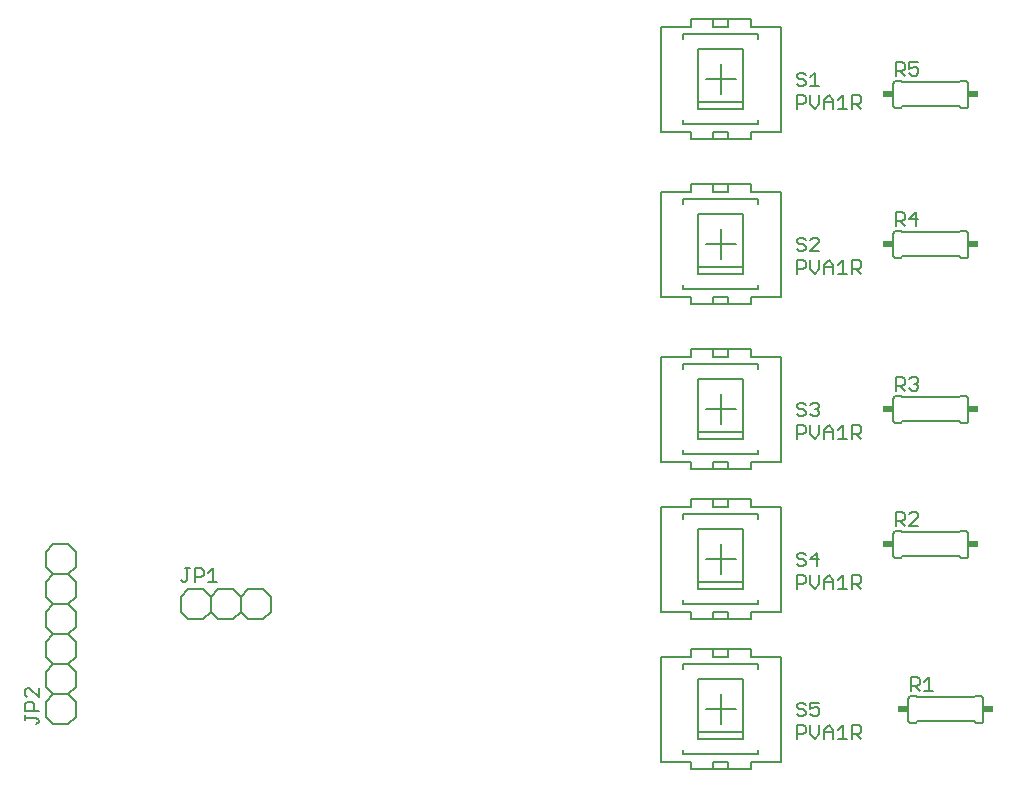
<source format=gto>
G75*
%MOIN*%
%OFA0B0*%
%FSLAX25Y25*%
%IPPOS*%
%LPD*%
%AMOC8*
5,1,8,0,0,1.08239X$1,22.5*
%
%ADD10C,0.00600*%
%ADD11C,0.00500*%
%ADD12R,0.03400X0.02400*%
D10*
X0085000Y0034300D02*
X0087500Y0031800D01*
X0092500Y0031800D01*
X0095000Y0034300D01*
X0095000Y0039300D01*
X0092500Y0041800D01*
X0095000Y0044300D01*
X0095000Y0049300D01*
X0092500Y0051800D01*
X0087500Y0051800D01*
X0085000Y0049300D01*
X0085000Y0044300D01*
X0087500Y0041800D01*
X0092500Y0041800D01*
X0087500Y0041800D02*
X0085000Y0039300D01*
X0085000Y0034300D01*
X0087500Y0051800D02*
X0085000Y0054300D01*
X0085000Y0059300D01*
X0087500Y0061800D01*
X0085000Y0064300D01*
X0085000Y0069300D01*
X0087500Y0071800D01*
X0085000Y0074300D01*
X0085000Y0079300D01*
X0087500Y0081800D01*
X0085000Y0084300D01*
X0085000Y0089300D01*
X0087500Y0091800D01*
X0092500Y0091800D01*
X0095000Y0089300D01*
X0095000Y0084300D01*
X0092500Y0081800D01*
X0095000Y0079300D01*
X0095000Y0074300D01*
X0092500Y0071800D01*
X0095000Y0069300D01*
X0095000Y0064300D01*
X0092500Y0061800D01*
X0095000Y0059300D01*
X0095000Y0054300D01*
X0092500Y0051800D01*
X0092500Y0061800D02*
X0087500Y0061800D01*
X0087500Y0071800D02*
X0092500Y0071800D01*
X0092500Y0081800D02*
X0087500Y0081800D01*
X0130000Y0074300D02*
X0130000Y0069300D01*
X0132500Y0066800D01*
X0137500Y0066800D01*
X0140000Y0069300D01*
X0142500Y0066800D01*
X0147500Y0066800D01*
X0150000Y0069300D01*
X0152500Y0066800D01*
X0157500Y0066800D01*
X0160000Y0069300D01*
X0160000Y0074300D01*
X0157500Y0076800D01*
X0152500Y0076800D01*
X0150000Y0074300D01*
X0150000Y0069300D01*
X0150000Y0074300D02*
X0147500Y0076800D01*
X0142500Y0076800D01*
X0140000Y0074300D01*
X0140000Y0069300D01*
X0140000Y0074300D02*
X0137500Y0076800D01*
X0132500Y0076800D01*
X0130000Y0074300D01*
X0290000Y0069300D02*
X0300000Y0069300D01*
X0300000Y0066800D01*
X0307500Y0066800D01*
X0312500Y0066800D01*
X0312500Y0069300D01*
X0307500Y0069300D01*
X0307500Y0066800D01*
X0312500Y0066800D02*
X0320000Y0066800D01*
X0320000Y0069300D01*
X0330000Y0069300D01*
X0330000Y0104300D01*
X0320000Y0104300D01*
X0320000Y0106800D01*
X0312500Y0106800D01*
X0312500Y0104300D01*
X0307500Y0104300D01*
X0307500Y0106800D01*
X0312500Y0106800D01*
X0307500Y0106800D02*
X0300000Y0106800D01*
X0300000Y0104300D01*
X0290000Y0104300D01*
X0290000Y0069300D01*
X0297500Y0071800D02*
X0297500Y0073300D01*
X0297500Y0071800D02*
X0322500Y0071800D01*
X0322500Y0073300D01*
X0317500Y0076800D02*
X0317500Y0079300D01*
X0317500Y0096800D01*
X0302500Y0096800D01*
X0302500Y0079300D01*
X0302500Y0076800D01*
X0317500Y0076800D01*
X0317500Y0079300D02*
X0302500Y0079300D01*
X0310000Y0081800D02*
X0310000Y0091800D01*
X0305000Y0086800D02*
X0315000Y0086800D01*
X0322500Y0100300D02*
X0322500Y0101800D01*
X0297500Y0101800D01*
X0297500Y0100300D01*
X0300000Y0116800D02*
X0307500Y0116800D01*
X0312500Y0116800D01*
X0312500Y0119300D01*
X0307500Y0119300D01*
X0307500Y0116800D01*
X0300000Y0116800D02*
X0300000Y0119300D01*
X0290000Y0119300D01*
X0290000Y0154300D01*
X0300000Y0154300D01*
X0300000Y0156800D01*
X0307500Y0156800D01*
X0312500Y0156800D01*
X0320000Y0156800D01*
X0320000Y0154300D01*
X0330000Y0154300D01*
X0330000Y0119300D01*
X0320000Y0119300D01*
X0320000Y0116800D01*
X0312500Y0116800D01*
X0322500Y0121800D02*
X0322500Y0123300D01*
X0322500Y0121800D02*
X0297500Y0121800D01*
X0297500Y0123300D01*
X0302500Y0126800D02*
X0302500Y0129300D01*
X0317500Y0129300D01*
X0317500Y0146800D01*
X0302500Y0146800D01*
X0302500Y0129300D01*
X0302500Y0126800D02*
X0317500Y0126800D01*
X0317500Y0129300D01*
X0310000Y0131800D02*
X0310000Y0141800D01*
X0305000Y0136800D02*
X0315000Y0136800D01*
X0322500Y0150300D02*
X0322500Y0151800D01*
X0297500Y0151800D01*
X0297500Y0150300D01*
X0307500Y0154300D02*
X0312500Y0154300D01*
X0312500Y0156800D01*
X0307500Y0156800D02*
X0307500Y0154300D01*
X0307500Y0171800D02*
X0300000Y0171800D01*
X0300000Y0174300D01*
X0290000Y0174300D01*
X0290000Y0209300D01*
X0300000Y0209300D01*
X0300000Y0211800D01*
X0307500Y0211800D01*
X0312500Y0211800D01*
X0320000Y0211800D01*
X0320000Y0209300D01*
X0330000Y0209300D01*
X0330000Y0174300D01*
X0320000Y0174300D01*
X0320000Y0171800D01*
X0312500Y0171800D01*
X0307500Y0171800D01*
X0307500Y0174300D01*
X0312500Y0174300D01*
X0312500Y0171800D01*
X0322500Y0176800D02*
X0322500Y0178300D01*
X0322500Y0176800D02*
X0297500Y0176800D01*
X0297500Y0178300D01*
X0302500Y0181800D02*
X0302500Y0184300D01*
X0317500Y0184300D01*
X0317500Y0201800D01*
X0302500Y0201800D01*
X0302500Y0184300D01*
X0302500Y0181800D02*
X0317500Y0181800D01*
X0317500Y0184300D01*
X0315000Y0191800D02*
X0305000Y0191800D01*
X0310000Y0186800D02*
X0310000Y0196800D01*
X0297500Y0205300D02*
X0297500Y0206800D01*
X0322500Y0206800D01*
X0322500Y0205300D01*
X0312500Y0209300D02*
X0312500Y0211800D01*
X0312500Y0209300D02*
X0307500Y0209300D01*
X0307500Y0211800D01*
X0307500Y0226800D02*
X0300000Y0226800D01*
X0300000Y0229300D01*
X0290000Y0229300D01*
X0290000Y0264300D01*
X0300000Y0264300D01*
X0300000Y0266800D01*
X0307500Y0266800D01*
X0312500Y0266800D01*
X0320000Y0266800D01*
X0320000Y0264300D01*
X0330000Y0264300D01*
X0330000Y0229300D01*
X0320000Y0229300D01*
X0320000Y0226800D01*
X0312500Y0226800D01*
X0307500Y0226800D01*
X0307500Y0229300D01*
X0312500Y0229300D01*
X0312500Y0226800D01*
X0322500Y0231800D02*
X0322500Y0233300D01*
X0322500Y0231800D02*
X0297500Y0231800D01*
X0297500Y0233300D01*
X0302500Y0236800D02*
X0302500Y0239300D01*
X0317500Y0239300D01*
X0317500Y0256800D01*
X0302500Y0256800D01*
X0302500Y0239300D01*
X0302500Y0236800D02*
X0317500Y0236800D01*
X0317500Y0239300D01*
X0310000Y0241800D02*
X0310000Y0251800D01*
X0305000Y0246800D02*
X0315000Y0246800D01*
X0322500Y0260300D02*
X0322500Y0261800D01*
X0297500Y0261800D01*
X0297500Y0260300D01*
X0307500Y0264300D02*
X0307500Y0266800D01*
X0307500Y0264300D02*
X0312500Y0264300D01*
X0312500Y0266800D01*
X0367500Y0245300D02*
X0367500Y0238300D01*
X0367502Y0238240D01*
X0367507Y0238179D01*
X0367516Y0238120D01*
X0367529Y0238061D01*
X0367545Y0238002D01*
X0367565Y0237945D01*
X0367588Y0237890D01*
X0367615Y0237835D01*
X0367644Y0237783D01*
X0367677Y0237732D01*
X0367713Y0237683D01*
X0367751Y0237637D01*
X0367793Y0237593D01*
X0367837Y0237551D01*
X0367883Y0237513D01*
X0367932Y0237477D01*
X0367983Y0237444D01*
X0368035Y0237415D01*
X0368090Y0237388D01*
X0368145Y0237365D01*
X0368202Y0237345D01*
X0368261Y0237329D01*
X0368320Y0237316D01*
X0368379Y0237307D01*
X0368440Y0237302D01*
X0368500Y0237300D01*
X0370000Y0237300D01*
X0370500Y0237800D01*
X0389500Y0237800D01*
X0390000Y0237300D01*
X0391500Y0237300D01*
X0391560Y0237302D01*
X0391621Y0237307D01*
X0391680Y0237316D01*
X0391739Y0237329D01*
X0391798Y0237345D01*
X0391855Y0237365D01*
X0391910Y0237388D01*
X0391965Y0237415D01*
X0392017Y0237444D01*
X0392068Y0237477D01*
X0392117Y0237513D01*
X0392163Y0237551D01*
X0392207Y0237593D01*
X0392249Y0237637D01*
X0392287Y0237683D01*
X0392323Y0237732D01*
X0392356Y0237783D01*
X0392385Y0237835D01*
X0392412Y0237890D01*
X0392435Y0237945D01*
X0392455Y0238002D01*
X0392471Y0238061D01*
X0392484Y0238120D01*
X0392493Y0238179D01*
X0392498Y0238240D01*
X0392500Y0238300D01*
X0392500Y0245300D01*
X0392498Y0245360D01*
X0392493Y0245421D01*
X0392484Y0245480D01*
X0392471Y0245539D01*
X0392455Y0245598D01*
X0392435Y0245655D01*
X0392412Y0245710D01*
X0392385Y0245765D01*
X0392356Y0245817D01*
X0392323Y0245868D01*
X0392287Y0245917D01*
X0392249Y0245963D01*
X0392207Y0246007D01*
X0392163Y0246049D01*
X0392117Y0246087D01*
X0392068Y0246123D01*
X0392017Y0246156D01*
X0391965Y0246185D01*
X0391910Y0246212D01*
X0391855Y0246235D01*
X0391798Y0246255D01*
X0391739Y0246271D01*
X0391680Y0246284D01*
X0391621Y0246293D01*
X0391560Y0246298D01*
X0391500Y0246300D01*
X0390000Y0246300D01*
X0389500Y0245800D01*
X0370500Y0245800D01*
X0370000Y0246300D01*
X0368500Y0246300D01*
X0368440Y0246298D01*
X0368379Y0246293D01*
X0368320Y0246284D01*
X0368261Y0246271D01*
X0368202Y0246255D01*
X0368145Y0246235D01*
X0368090Y0246212D01*
X0368035Y0246185D01*
X0367983Y0246156D01*
X0367932Y0246123D01*
X0367883Y0246087D01*
X0367837Y0246049D01*
X0367793Y0246007D01*
X0367751Y0245963D01*
X0367713Y0245917D01*
X0367677Y0245868D01*
X0367644Y0245817D01*
X0367615Y0245765D01*
X0367588Y0245710D01*
X0367565Y0245655D01*
X0367545Y0245598D01*
X0367529Y0245539D01*
X0367516Y0245480D01*
X0367507Y0245421D01*
X0367502Y0245360D01*
X0367500Y0245300D01*
X0368500Y0196300D02*
X0370000Y0196300D01*
X0370500Y0195800D01*
X0389500Y0195800D01*
X0390000Y0196300D01*
X0391500Y0196300D01*
X0391560Y0196298D01*
X0391621Y0196293D01*
X0391680Y0196284D01*
X0391739Y0196271D01*
X0391798Y0196255D01*
X0391855Y0196235D01*
X0391910Y0196212D01*
X0391965Y0196185D01*
X0392017Y0196156D01*
X0392068Y0196123D01*
X0392117Y0196087D01*
X0392163Y0196049D01*
X0392207Y0196007D01*
X0392249Y0195963D01*
X0392287Y0195917D01*
X0392323Y0195868D01*
X0392356Y0195817D01*
X0392385Y0195765D01*
X0392412Y0195710D01*
X0392435Y0195655D01*
X0392455Y0195598D01*
X0392471Y0195539D01*
X0392484Y0195480D01*
X0392493Y0195421D01*
X0392498Y0195360D01*
X0392500Y0195300D01*
X0392500Y0188300D01*
X0392498Y0188240D01*
X0392493Y0188179D01*
X0392484Y0188120D01*
X0392471Y0188061D01*
X0392455Y0188002D01*
X0392435Y0187945D01*
X0392412Y0187890D01*
X0392385Y0187835D01*
X0392356Y0187783D01*
X0392323Y0187732D01*
X0392287Y0187683D01*
X0392249Y0187637D01*
X0392207Y0187593D01*
X0392163Y0187551D01*
X0392117Y0187513D01*
X0392068Y0187477D01*
X0392017Y0187444D01*
X0391965Y0187415D01*
X0391910Y0187388D01*
X0391855Y0187365D01*
X0391798Y0187345D01*
X0391739Y0187329D01*
X0391680Y0187316D01*
X0391621Y0187307D01*
X0391560Y0187302D01*
X0391500Y0187300D01*
X0390000Y0187300D01*
X0389500Y0187800D01*
X0370500Y0187800D01*
X0370000Y0187300D01*
X0368500Y0187300D01*
X0368440Y0187302D01*
X0368379Y0187307D01*
X0368320Y0187316D01*
X0368261Y0187329D01*
X0368202Y0187345D01*
X0368145Y0187365D01*
X0368090Y0187388D01*
X0368035Y0187415D01*
X0367983Y0187444D01*
X0367932Y0187477D01*
X0367883Y0187513D01*
X0367837Y0187551D01*
X0367793Y0187593D01*
X0367751Y0187637D01*
X0367713Y0187683D01*
X0367677Y0187732D01*
X0367644Y0187783D01*
X0367615Y0187835D01*
X0367588Y0187890D01*
X0367565Y0187945D01*
X0367545Y0188002D01*
X0367529Y0188061D01*
X0367516Y0188120D01*
X0367507Y0188179D01*
X0367502Y0188240D01*
X0367500Y0188300D01*
X0367500Y0195300D01*
X0367502Y0195360D01*
X0367507Y0195421D01*
X0367516Y0195480D01*
X0367529Y0195539D01*
X0367545Y0195598D01*
X0367565Y0195655D01*
X0367588Y0195710D01*
X0367615Y0195765D01*
X0367644Y0195817D01*
X0367677Y0195868D01*
X0367713Y0195917D01*
X0367751Y0195963D01*
X0367793Y0196007D01*
X0367837Y0196049D01*
X0367883Y0196087D01*
X0367932Y0196123D01*
X0367983Y0196156D01*
X0368035Y0196185D01*
X0368090Y0196212D01*
X0368145Y0196235D01*
X0368202Y0196255D01*
X0368261Y0196271D01*
X0368320Y0196284D01*
X0368379Y0196293D01*
X0368440Y0196298D01*
X0368500Y0196300D01*
X0368500Y0141300D02*
X0370000Y0141300D01*
X0370500Y0140800D01*
X0389500Y0140800D01*
X0390000Y0141300D01*
X0391500Y0141300D01*
X0391560Y0141298D01*
X0391621Y0141293D01*
X0391680Y0141284D01*
X0391739Y0141271D01*
X0391798Y0141255D01*
X0391855Y0141235D01*
X0391910Y0141212D01*
X0391965Y0141185D01*
X0392017Y0141156D01*
X0392068Y0141123D01*
X0392117Y0141087D01*
X0392163Y0141049D01*
X0392207Y0141007D01*
X0392249Y0140963D01*
X0392287Y0140917D01*
X0392323Y0140868D01*
X0392356Y0140817D01*
X0392385Y0140765D01*
X0392412Y0140710D01*
X0392435Y0140655D01*
X0392455Y0140598D01*
X0392471Y0140539D01*
X0392484Y0140480D01*
X0392493Y0140421D01*
X0392498Y0140360D01*
X0392500Y0140300D01*
X0392500Y0133300D01*
X0392498Y0133240D01*
X0392493Y0133179D01*
X0392484Y0133120D01*
X0392471Y0133061D01*
X0392455Y0133002D01*
X0392435Y0132945D01*
X0392412Y0132890D01*
X0392385Y0132835D01*
X0392356Y0132783D01*
X0392323Y0132732D01*
X0392287Y0132683D01*
X0392249Y0132637D01*
X0392207Y0132593D01*
X0392163Y0132551D01*
X0392117Y0132513D01*
X0392068Y0132477D01*
X0392017Y0132444D01*
X0391965Y0132415D01*
X0391910Y0132388D01*
X0391855Y0132365D01*
X0391798Y0132345D01*
X0391739Y0132329D01*
X0391680Y0132316D01*
X0391621Y0132307D01*
X0391560Y0132302D01*
X0391500Y0132300D01*
X0390000Y0132300D01*
X0389500Y0132800D01*
X0370500Y0132800D01*
X0370000Y0132300D01*
X0368500Y0132300D01*
X0368440Y0132302D01*
X0368379Y0132307D01*
X0368320Y0132316D01*
X0368261Y0132329D01*
X0368202Y0132345D01*
X0368145Y0132365D01*
X0368090Y0132388D01*
X0368035Y0132415D01*
X0367983Y0132444D01*
X0367932Y0132477D01*
X0367883Y0132513D01*
X0367837Y0132551D01*
X0367793Y0132593D01*
X0367751Y0132637D01*
X0367713Y0132683D01*
X0367677Y0132732D01*
X0367644Y0132783D01*
X0367615Y0132835D01*
X0367588Y0132890D01*
X0367565Y0132945D01*
X0367545Y0133002D01*
X0367529Y0133061D01*
X0367516Y0133120D01*
X0367507Y0133179D01*
X0367502Y0133240D01*
X0367500Y0133300D01*
X0367500Y0140300D01*
X0367502Y0140360D01*
X0367507Y0140421D01*
X0367516Y0140480D01*
X0367529Y0140539D01*
X0367545Y0140598D01*
X0367565Y0140655D01*
X0367588Y0140710D01*
X0367615Y0140765D01*
X0367644Y0140817D01*
X0367677Y0140868D01*
X0367713Y0140917D01*
X0367751Y0140963D01*
X0367793Y0141007D01*
X0367837Y0141049D01*
X0367883Y0141087D01*
X0367932Y0141123D01*
X0367983Y0141156D01*
X0368035Y0141185D01*
X0368090Y0141212D01*
X0368145Y0141235D01*
X0368202Y0141255D01*
X0368261Y0141271D01*
X0368320Y0141284D01*
X0368379Y0141293D01*
X0368440Y0141298D01*
X0368500Y0141300D01*
X0368500Y0096300D02*
X0370000Y0096300D01*
X0370500Y0095800D01*
X0389500Y0095800D01*
X0390000Y0096300D01*
X0391500Y0096300D01*
X0391560Y0096298D01*
X0391621Y0096293D01*
X0391680Y0096284D01*
X0391739Y0096271D01*
X0391798Y0096255D01*
X0391855Y0096235D01*
X0391910Y0096212D01*
X0391965Y0096185D01*
X0392017Y0096156D01*
X0392068Y0096123D01*
X0392117Y0096087D01*
X0392163Y0096049D01*
X0392207Y0096007D01*
X0392249Y0095963D01*
X0392287Y0095917D01*
X0392323Y0095868D01*
X0392356Y0095817D01*
X0392385Y0095765D01*
X0392412Y0095710D01*
X0392435Y0095655D01*
X0392455Y0095598D01*
X0392471Y0095539D01*
X0392484Y0095480D01*
X0392493Y0095421D01*
X0392498Y0095360D01*
X0392500Y0095300D01*
X0392500Y0088300D01*
X0392498Y0088240D01*
X0392493Y0088179D01*
X0392484Y0088120D01*
X0392471Y0088061D01*
X0392455Y0088002D01*
X0392435Y0087945D01*
X0392412Y0087890D01*
X0392385Y0087835D01*
X0392356Y0087783D01*
X0392323Y0087732D01*
X0392287Y0087683D01*
X0392249Y0087637D01*
X0392207Y0087593D01*
X0392163Y0087551D01*
X0392117Y0087513D01*
X0392068Y0087477D01*
X0392017Y0087444D01*
X0391965Y0087415D01*
X0391910Y0087388D01*
X0391855Y0087365D01*
X0391798Y0087345D01*
X0391739Y0087329D01*
X0391680Y0087316D01*
X0391621Y0087307D01*
X0391560Y0087302D01*
X0391500Y0087300D01*
X0390000Y0087300D01*
X0389500Y0087800D01*
X0370500Y0087800D01*
X0370000Y0087300D01*
X0368500Y0087300D01*
X0368440Y0087302D01*
X0368379Y0087307D01*
X0368320Y0087316D01*
X0368261Y0087329D01*
X0368202Y0087345D01*
X0368145Y0087365D01*
X0368090Y0087388D01*
X0368035Y0087415D01*
X0367983Y0087444D01*
X0367932Y0087477D01*
X0367883Y0087513D01*
X0367837Y0087551D01*
X0367793Y0087593D01*
X0367751Y0087637D01*
X0367713Y0087683D01*
X0367677Y0087732D01*
X0367644Y0087783D01*
X0367615Y0087835D01*
X0367588Y0087890D01*
X0367565Y0087945D01*
X0367545Y0088002D01*
X0367529Y0088061D01*
X0367516Y0088120D01*
X0367507Y0088179D01*
X0367502Y0088240D01*
X0367500Y0088300D01*
X0367500Y0095300D01*
X0367502Y0095360D01*
X0367507Y0095421D01*
X0367516Y0095480D01*
X0367529Y0095539D01*
X0367545Y0095598D01*
X0367565Y0095655D01*
X0367588Y0095710D01*
X0367615Y0095765D01*
X0367644Y0095817D01*
X0367677Y0095868D01*
X0367713Y0095917D01*
X0367751Y0095963D01*
X0367793Y0096007D01*
X0367837Y0096049D01*
X0367883Y0096087D01*
X0367932Y0096123D01*
X0367983Y0096156D01*
X0368035Y0096185D01*
X0368090Y0096212D01*
X0368145Y0096235D01*
X0368202Y0096255D01*
X0368261Y0096271D01*
X0368320Y0096284D01*
X0368379Y0096293D01*
X0368440Y0096298D01*
X0368500Y0096300D01*
X0320000Y0056800D02*
X0312500Y0056800D01*
X0312500Y0054300D01*
X0307500Y0054300D01*
X0307500Y0056800D01*
X0312500Y0056800D01*
X0320000Y0056800D02*
X0320000Y0054300D01*
X0330000Y0054300D01*
X0330000Y0019300D01*
X0320000Y0019300D01*
X0320000Y0016800D01*
X0312500Y0016800D01*
X0307500Y0016800D01*
X0300000Y0016800D01*
X0300000Y0019300D01*
X0290000Y0019300D01*
X0290000Y0054300D01*
X0300000Y0054300D01*
X0300000Y0056800D01*
X0307500Y0056800D01*
X0297500Y0051800D02*
X0297500Y0050300D01*
X0297500Y0051800D02*
X0322500Y0051800D01*
X0322500Y0050300D01*
X0317500Y0046800D02*
X0317500Y0029300D01*
X0302500Y0029300D01*
X0302500Y0026800D01*
X0317500Y0026800D01*
X0317500Y0029300D01*
X0322500Y0023300D02*
X0322500Y0021800D01*
X0297500Y0021800D01*
X0297500Y0023300D01*
X0302500Y0029300D02*
X0302500Y0046800D01*
X0317500Y0046800D01*
X0310000Y0041800D02*
X0310000Y0031800D01*
X0305000Y0036800D02*
X0315000Y0036800D01*
X0312500Y0019300D02*
X0307500Y0019300D01*
X0307500Y0016800D01*
X0312500Y0016800D02*
X0312500Y0019300D01*
X0372500Y0033300D02*
X0372500Y0040300D01*
X0372502Y0040360D01*
X0372507Y0040421D01*
X0372516Y0040480D01*
X0372529Y0040539D01*
X0372545Y0040598D01*
X0372565Y0040655D01*
X0372588Y0040710D01*
X0372615Y0040765D01*
X0372644Y0040817D01*
X0372677Y0040868D01*
X0372713Y0040917D01*
X0372751Y0040963D01*
X0372793Y0041007D01*
X0372837Y0041049D01*
X0372883Y0041087D01*
X0372932Y0041123D01*
X0372983Y0041156D01*
X0373035Y0041185D01*
X0373090Y0041212D01*
X0373145Y0041235D01*
X0373202Y0041255D01*
X0373261Y0041271D01*
X0373320Y0041284D01*
X0373379Y0041293D01*
X0373440Y0041298D01*
X0373500Y0041300D01*
X0375000Y0041300D01*
X0375500Y0040800D01*
X0394500Y0040800D01*
X0395000Y0041300D01*
X0396500Y0041300D01*
X0396560Y0041298D01*
X0396621Y0041293D01*
X0396680Y0041284D01*
X0396739Y0041271D01*
X0396798Y0041255D01*
X0396855Y0041235D01*
X0396910Y0041212D01*
X0396965Y0041185D01*
X0397017Y0041156D01*
X0397068Y0041123D01*
X0397117Y0041087D01*
X0397163Y0041049D01*
X0397207Y0041007D01*
X0397249Y0040963D01*
X0397287Y0040917D01*
X0397323Y0040868D01*
X0397356Y0040817D01*
X0397385Y0040765D01*
X0397412Y0040710D01*
X0397435Y0040655D01*
X0397455Y0040598D01*
X0397471Y0040539D01*
X0397484Y0040480D01*
X0397493Y0040421D01*
X0397498Y0040360D01*
X0397500Y0040300D01*
X0397500Y0033300D01*
X0397498Y0033240D01*
X0397493Y0033179D01*
X0397484Y0033120D01*
X0397471Y0033061D01*
X0397455Y0033002D01*
X0397435Y0032945D01*
X0397412Y0032890D01*
X0397385Y0032835D01*
X0397356Y0032783D01*
X0397323Y0032732D01*
X0397287Y0032683D01*
X0397249Y0032637D01*
X0397207Y0032593D01*
X0397163Y0032551D01*
X0397117Y0032513D01*
X0397068Y0032477D01*
X0397017Y0032444D01*
X0396965Y0032415D01*
X0396910Y0032388D01*
X0396855Y0032365D01*
X0396798Y0032345D01*
X0396739Y0032329D01*
X0396680Y0032316D01*
X0396621Y0032307D01*
X0396560Y0032302D01*
X0396500Y0032300D01*
X0395000Y0032300D01*
X0394500Y0032800D01*
X0375500Y0032800D01*
X0375000Y0032300D01*
X0373500Y0032300D01*
X0373440Y0032302D01*
X0373379Y0032307D01*
X0373320Y0032316D01*
X0373261Y0032329D01*
X0373202Y0032345D01*
X0373145Y0032365D01*
X0373090Y0032388D01*
X0373035Y0032415D01*
X0372983Y0032444D01*
X0372932Y0032477D01*
X0372883Y0032513D01*
X0372837Y0032551D01*
X0372793Y0032593D01*
X0372751Y0032637D01*
X0372713Y0032683D01*
X0372677Y0032732D01*
X0372644Y0032783D01*
X0372615Y0032835D01*
X0372588Y0032890D01*
X0372565Y0032945D01*
X0372545Y0033002D01*
X0372529Y0033061D01*
X0372516Y0033120D01*
X0372507Y0033179D01*
X0372502Y0033240D01*
X0372500Y0033300D01*
D11*
X0078046Y0033251D02*
X0078046Y0034753D01*
X0078046Y0034002D02*
X0081799Y0034002D01*
X0082550Y0033251D01*
X0082550Y0032501D01*
X0081799Y0031750D01*
X0081049Y0036354D02*
X0081049Y0038606D01*
X0080298Y0039356D01*
X0078797Y0039356D01*
X0078046Y0038606D01*
X0078046Y0036354D01*
X0082550Y0036354D01*
X0082550Y0040958D02*
X0079547Y0043960D01*
X0078797Y0043960D01*
X0078046Y0043210D01*
X0078046Y0041708D01*
X0078797Y0040958D01*
X0082550Y0040958D02*
X0082550Y0043960D01*
X0129950Y0080001D02*
X0130701Y0079250D01*
X0131451Y0079250D01*
X0132202Y0080001D01*
X0132202Y0083754D01*
X0131451Y0083754D02*
X0132953Y0083754D01*
X0134554Y0083754D02*
X0136806Y0083754D01*
X0137556Y0083003D01*
X0137556Y0081502D01*
X0136806Y0080751D01*
X0134554Y0080751D01*
X0134554Y0079250D02*
X0134554Y0083754D01*
X0139158Y0082253D02*
X0140659Y0083754D01*
X0140659Y0079250D01*
X0139158Y0079250D02*
X0142160Y0079250D01*
X0335250Y0078551D02*
X0337502Y0078551D01*
X0338253Y0079302D01*
X0338253Y0080803D01*
X0337502Y0081554D01*
X0335250Y0081554D01*
X0335250Y0077050D01*
X0339854Y0078551D02*
X0341355Y0077050D01*
X0342856Y0078551D01*
X0342856Y0081554D01*
X0344458Y0080053D02*
X0345959Y0081554D01*
X0347460Y0080053D01*
X0347460Y0077050D01*
X0349062Y0077050D02*
X0352064Y0077050D01*
X0350563Y0077050D02*
X0350563Y0081554D01*
X0349062Y0080053D01*
X0347460Y0079302D02*
X0344458Y0079302D01*
X0344458Y0080053D02*
X0344458Y0077050D01*
X0339854Y0078551D02*
X0339854Y0081554D01*
X0342106Y0084550D02*
X0342106Y0089054D01*
X0339854Y0086802D01*
X0342856Y0086802D01*
X0338253Y0086051D02*
X0338253Y0085301D01*
X0337502Y0084550D01*
X0336001Y0084550D01*
X0335250Y0085301D01*
X0336001Y0086802D02*
X0337502Y0086802D01*
X0338253Y0086051D01*
X0338253Y0088303D02*
X0337502Y0089054D01*
X0336001Y0089054D01*
X0335250Y0088303D01*
X0335250Y0087553D01*
X0336001Y0086802D01*
X0353666Y0081554D02*
X0353666Y0077050D01*
X0353666Y0078551D02*
X0355918Y0078551D01*
X0356668Y0079302D01*
X0356668Y0080803D01*
X0355918Y0081554D01*
X0353666Y0081554D01*
X0355167Y0078551D02*
X0356668Y0077050D01*
X0368250Y0098050D02*
X0368250Y0102554D01*
X0370502Y0102554D01*
X0371253Y0101803D01*
X0371253Y0100302D01*
X0370502Y0099551D01*
X0368250Y0099551D01*
X0369751Y0099551D02*
X0371253Y0098050D01*
X0372854Y0098050D02*
X0375856Y0101053D01*
X0375856Y0101803D01*
X0375106Y0102554D01*
X0373605Y0102554D01*
X0372854Y0101803D01*
X0372854Y0098050D02*
X0375856Y0098050D01*
X0356668Y0127050D02*
X0355167Y0128551D01*
X0355918Y0128551D02*
X0353666Y0128551D01*
X0353666Y0127050D02*
X0353666Y0131554D01*
X0355918Y0131554D01*
X0356668Y0130803D01*
X0356668Y0129302D01*
X0355918Y0128551D01*
X0352064Y0127050D02*
X0349062Y0127050D01*
X0350563Y0127050D02*
X0350563Y0131554D01*
X0349062Y0130053D01*
X0347460Y0130053D02*
X0347460Y0127050D01*
X0347460Y0129302D02*
X0344458Y0129302D01*
X0344458Y0130053D02*
X0345959Y0131554D01*
X0347460Y0130053D01*
X0344458Y0130053D02*
X0344458Y0127050D01*
X0342856Y0128551D02*
X0342856Y0131554D01*
X0339854Y0131554D02*
X0339854Y0128551D01*
X0341355Y0127050D01*
X0342856Y0128551D01*
X0338253Y0129302D02*
X0337502Y0128551D01*
X0335250Y0128551D01*
X0335250Y0127050D02*
X0335250Y0131554D01*
X0337502Y0131554D01*
X0338253Y0130803D01*
X0338253Y0129302D01*
X0337502Y0134550D02*
X0336001Y0134550D01*
X0335250Y0135301D01*
X0336001Y0136802D02*
X0337502Y0136802D01*
X0338253Y0136051D01*
X0338253Y0135301D01*
X0337502Y0134550D01*
X0339854Y0135301D02*
X0340605Y0134550D01*
X0342106Y0134550D01*
X0342856Y0135301D01*
X0342856Y0136051D01*
X0342106Y0136802D01*
X0341355Y0136802D01*
X0342106Y0136802D02*
X0342856Y0137553D01*
X0342856Y0138303D01*
X0342106Y0139054D01*
X0340605Y0139054D01*
X0339854Y0138303D01*
X0338253Y0138303D02*
X0337502Y0139054D01*
X0336001Y0139054D01*
X0335250Y0138303D01*
X0335250Y0137553D01*
X0336001Y0136802D01*
X0368250Y0143050D02*
X0368250Y0147554D01*
X0370502Y0147554D01*
X0371253Y0146803D01*
X0371253Y0145302D01*
X0370502Y0144551D01*
X0368250Y0144551D01*
X0369751Y0144551D02*
X0371253Y0143050D01*
X0372854Y0143801D02*
X0373605Y0143050D01*
X0375106Y0143050D01*
X0375856Y0143801D01*
X0375856Y0144551D01*
X0375106Y0145302D01*
X0374355Y0145302D01*
X0375106Y0145302D02*
X0375856Y0146053D01*
X0375856Y0146803D01*
X0375106Y0147554D01*
X0373605Y0147554D01*
X0372854Y0146803D01*
X0356668Y0182050D02*
X0355167Y0183551D01*
X0355918Y0183551D02*
X0353666Y0183551D01*
X0353666Y0182050D02*
X0353666Y0186554D01*
X0355918Y0186554D01*
X0356668Y0185803D01*
X0356668Y0184302D01*
X0355918Y0183551D01*
X0352064Y0182050D02*
X0349062Y0182050D01*
X0350563Y0182050D02*
X0350563Y0186554D01*
X0349062Y0185053D01*
X0347460Y0185053D02*
X0347460Y0182050D01*
X0347460Y0184302D02*
X0344458Y0184302D01*
X0344458Y0185053D02*
X0345959Y0186554D01*
X0347460Y0185053D01*
X0344458Y0185053D02*
X0344458Y0182050D01*
X0342856Y0183551D02*
X0342856Y0186554D01*
X0339854Y0186554D02*
X0339854Y0183551D01*
X0341355Y0182050D01*
X0342856Y0183551D01*
X0338253Y0184302D02*
X0337502Y0183551D01*
X0335250Y0183551D01*
X0335250Y0182050D02*
X0335250Y0186554D01*
X0337502Y0186554D01*
X0338253Y0185803D01*
X0338253Y0184302D01*
X0337502Y0189550D02*
X0336001Y0189550D01*
X0335250Y0190301D01*
X0336001Y0191802D02*
X0337502Y0191802D01*
X0338253Y0191051D01*
X0338253Y0190301D01*
X0337502Y0189550D01*
X0339854Y0189550D02*
X0342856Y0192553D01*
X0342856Y0193303D01*
X0342106Y0194054D01*
X0340605Y0194054D01*
X0339854Y0193303D01*
X0338253Y0193303D02*
X0337502Y0194054D01*
X0336001Y0194054D01*
X0335250Y0193303D01*
X0335250Y0192553D01*
X0336001Y0191802D01*
X0339854Y0189550D02*
X0342856Y0189550D01*
X0368250Y0198050D02*
X0368250Y0202554D01*
X0370502Y0202554D01*
X0371253Y0201803D01*
X0371253Y0200302D01*
X0370502Y0199551D01*
X0368250Y0199551D01*
X0369751Y0199551D02*
X0371253Y0198050D01*
X0372854Y0200302D02*
X0375856Y0200302D01*
X0375106Y0202554D02*
X0372854Y0200302D01*
X0375106Y0198050D02*
X0375106Y0202554D01*
X0356668Y0237050D02*
X0355167Y0238551D01*
X0355918Y0238551D02*
X0353666Y0238551D01*
X0353666Y0237050D02*
X0353666Y0241554D01*
X0355918Y0241554D01*
X0356668Y0240803D01*
X0356668Y0239302D01*
X0355918Y0238551D01*
X0352064Y0237050D02*
X0349062Y0237050D01*
X0350563Y0237050D02*
X0350563Y0241554D01*
X0349062Y0240053D01*
X0347460Y0240053D02*
X0347460Y0237050D01*
X0347460Y0239302D02*
X0344458Y0239302D01*
X0344458Y0240053D02*
X0344458Y0237050D01*
X0342856Y0238551D02*
X0342856Y0241554D01*
X0344458Y0240053D02*
X0345959Y0241554D01*
X0347460Y0240053D01*
X0342856Y0238551D02*
X0341355Y0237050D01*
X0339854Y0238551D01*
X0339854Y0241554D01*
X0338253Y0240803D02*
X0338253Y0239302D01*
X0337502Y0238551D01*
X0335250Y0238551D01*
X0335250Y0237050D02*
X0335250Y0241554D01*
X0337502Y0241554D01*
X0338253Y0240803D01*
X0337502Y0244550D02*
X0336001Y0244550D01*
X0335250Y0245301D01*
X0336001Y0246802D02*
X0337502Y0246802D01*
X0338253Y0246051D01*
X0338253Y0245301D01*
X0337502Y0244550D01*
X0339854Y0244550D02*
X0342856Y0244550D01*
X0341355Y0244550D02*
X0341355Y0249054D01*
X0339854Y0247553D01*
X0338253Y0248303D02*
X0337502Y0249054D01*
X0336001Y0249054D01*
X0335250Y0248303D01*
X0335250Y0247553D01*
X0336001Y0246802D01*
X0368250Y0248050D02*
X0368250Y0252554D01*
X0370502Y0252554D01*
X0371253Y0251803D01*
X0371253Y0250302D01*
X0370502Y0249551D01*
X0368250Y0249551D01*
X0369751Y0249551D02*
X0371253Y0248050D01*
X0372854Y0248801D02*
X0373605Y0248050D01*
X0375106Y0248050D01*
X0375856Y0248801D01*
X0375856Y0250302D01*
X0375106Y0251053D01*
X0374355Y0251053D01*
X0372854Y0250302D01*
X0372854Y0252554D01*
X0375856Y0252554D01*
X0375502Y0047554D02*
X0373250Y0047554D01*
X0373250Y0043050D01*
X0373250Y0044551D02*
X0375502Y0044551D01*
X0376253Y0045302D01*
X0376253Y0046803D01*
X0375502Y0047554D01*
X0377854Y0046053D02*
X0379355Y0047554D01*
X0379355Y0043050D01*
X0377854Y0043050D02*
X0380856Y0043050D01*
X0376253Y0043050D02*
X0374751Y0044551D01*
X0356668Y0030803D02*
X0356668Y0029302D01*
X0355918Y0028551D01*
X0353666Y0028551D01*
X0355167Y0028551D02*
X0356668Y0027050D01*
X0353666Y0027050D02*
X0353666Y0031554D01*
X0355918Y0031554D01*
X0356668Y0030803D01*
X0350563Y0031554D02*
X0350563Y0027050D01*
X0349062Y0027050D02*
X0352064Y0027050D01*
X0349062Y0030053D02*
X0350563Y0031554D01*
X0347460Y0030053D02*
X0347460Y0027050D01*
X0347460Y0029302D02*
X0344458Y0029302D01*
X0344458Y0030053D02*
X0345959Y0031554D01*
X0347460Y0030053D01*
X0344458Y0030053D02*
X0344458Y0027050D01*
X0342856Y0028551D02*
X0342856Y0031554D01*
X0339854Y0031554D02*
X0339854Y0028551D01*
X0341355Y0027050D01*
X0342856Y0028551D01*
X0338253Y0029302D02*
X0338253Y0030803D01*
X0337502Y0031554D01*
X0335250Y0031554D01*
X0335250Y0027050D01*
X0335250Y0028551D02*
X0337502Y0028551D01*
X0338253Y0029302D01*
X0337502Y0034550D02*
X0336001Y0034550D01*
X0335250Y0035301D01*
X0336001Y0036802D02*
X0337502Y0036802D01*
X0338253Y0036051D01*
X0338253Y0035301D01*
X0337502Y0034550D01*
X0339854Y0035301D02*
X0340605Y0034550D01*
X0342106Y0034550D01*
X0342856Y0035301D01*
X0342856Y0036802D01*
X0342106Y0037553D01*
X0341355Y0037553D01*
X0339854Y0036802D01*
X0339854Y0039054D01*
X0342856Y0039054D01*
X0338253Y0038303D02*
X0337502Y0039054D01*
X0336001Y0039054D01*
X0335250Y0038303D01*
X0335250Y0037553D01*
X0336001Y0036802D01*
D12*
X0370800Y0036800D03*
X0399200Y0036800D03*
X0394200Y0091800D03*
X0365800Y0091800D03*
X0365800Y0136800D03*
X0394200Y0136800D03*
X0394200Y0191800D03*
X0365800Y0191800D03*
X0365800Y0241800D03*
X0394200Y0241800D03*
M02*

</source>
